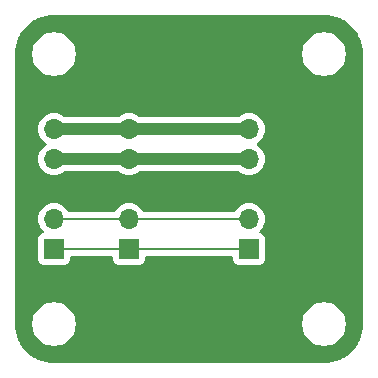
<source format=gbr>
%TF.GenerationSoftware,KiCad,Pcbnew,8.0.4-8.0.4-0~ubuntu22.04.1*%
%TF.CreationDate,2024-08-03T19:38:37+03:00*%
%TF.ProjectId,PM-Bus,504d2d42-7573-42e6-9b69-6361645f7063,rev?*%
%TF.SameCoordinates,Original*%
%TF.FileFunction,Copper,L1,Top*%
%TF.FilePolarity,Positive*%
%FSLAX46Y46*%
G04 Gerber Fmt 4.6, Leading zero omitted, Abs format (unit mm)*
G04 Created by KiCad (PCBNEW 8.0.4-8.0.4-0~ubuntu22.04.1) date 2024-08-03 19:38:37*
%MOMM*%
%LPD*%
G01*
G04 APERTURE LIST*
%TA.AperFunction,ComponentPad*%
%ADD10R,1.700000X1.700000*%
%TD*%
%TA.AperFunction,ComponentPad*%
%ADD11O,1.700000X1.700000*%
%TD*%
%TA.AperFunction,Conductor*%
%ADD12C,0.200000*%
%TD*%
%TA.AperFunction,Conductor*%
%ADD13C,1.000000*%
%TD*%
G04 APERTURE END LIST*
D10*
%TO.P,J1,1,Pin_1*%
%TO.N,Net-(J1-Pin_1)*%
X64770000Y-96520000D03*
D11*
%TO.P,J1,2,Pin_2*%
%TO.N,Net-(J1-Pin_2)*%
X64770000Y-93980000D03*
%TO.P,J1,3,Pin_3*%
%TO.N,GND*%
X64770000Y-91440000D03*
%TO.P,J1,4,Pin_4*%
%TO.N,+3.3V*%
X64770000Y-88900000D03*
%TO.P,J1,5,Pin_5*%
%TO.N,+5V*%
X64770000Y-86360000D03*
%TD*%
%TO.P,J2,5,Pin_5*%
%TO.N,+5V*%
X71120000Y-86360000D03*
%TO.P,J2,4,Pin_4*%
%TO.N,+3.3V*%
X71120000Y-88900000D03*
%TO.P,J2,3,Pin_3*%
%TO.N,GND*%
X71120000Y-91440000D03*
%TO.P,J2,2,Pin_2*%
%TO.N,Net-(J1-Pin_2)*%
X71120000Y-93980000D03*
D10*
%TO.P,J2,1,Pin_1*%
%TO.N,Net-(J1-Pin_1)*%
X71120000Y-96520000D03*
%TD*%
%TO.P,J3,1,Pin_1*%
%TO.N,Net-(J1-Pin_1)*%
X81280000Y-96520000D03*
D11*
%TO.P,J3,2,Pin_2*%
%TO.N,Net-(J1-Pin_2)*%
X81280000Y-93980000D03*
%TO.P,J3,3,Pin_3*%
%TO.N,GND*%
X81280000Y-91440000D03*
%TO.P,J3,4,Pin_4*%
%TO.N,+3.3V*%
X81280000Y-88900000D03*
%TO.P,J3,5,Pin_5*%
%TO.N,+5V*%
X81280000Y-86360000D03*
%TD*%
D12*
%TO.N,Net-(J1-Pin_2)*%
X71120000Y-93980000D02*
X64770000Y-93980000D01*
X81280000Y-93980000D02*
X71120000Y-93980000D01*
%TO.N,Net-(J1-Pin_1)*%
X71120000Y-96520000D02*
X64770000Y-96520000D01*
X81280000Y-96520000D02*
X71120000Y-96520000D01*
D13*
%TO.N,+3.3V*%
X81280000Y-88900000D02*
X71120000Y-88900000D01*
X71120000Y-88900000D02*
X64770000Y-88900000D01*
%TO.N,+5V*%
X71120000Y-86360000D02*
X64770000Y-86360000D01*
X81280000Y-86360000D02*
X71120000Y-86360000D01*
%TD*%
%TA.AperFunction,Conductor*%
%TO.N,GND*%
G36*
X87633243Y-76700669D02*
G01*
X87969450Y-76718290D01*
X87982358Y-76719647D01*
X88311677Y-76771806D01*
X88324342Y-76774497D01*
X88646422Y-76860798D01*
X88658749Y-76864803D01*
X88970038Y-76984296D01*
X88981873Y-76989565D01*
X89278976Y-77140947D01*
X89290191Y-77147423D01*
X89569832Y-77329023D01*
X89580313Y-77336638D01*
X89839441Y-77546475D01*
X89849086Y-77555160D01*
X90084839Y-77790913D01*
X90093524Y-77800558D01*
X90303359Y-78059683D01*
X90310978Y-78070171D01*
X90492573Y-78349802D01*
X90499055Y-78361029D01*
X90628834Y-78615733D01*
X90650429Y-78658115D01*
X90655708Y-78669972D01*
X90775193Y-78981241D01*
X90779204Y-78993586D01*
X90865498Y-79315642D01*
X90868196Y-79328337D01*
X90920352Y-79657641D01*
X90921709Y-79670549D01*
X90939330Y-80006756D01*
X90939500Y-80013246D01*
X90939500Y-102866753D01*
X90939330Y-102873243D01*
X90921709Y-103209450D01*
X90920352Y-103222358D01*
X90868196Y-103551662D01*
X90865498Y-103564357D01*
X90779204Y-103886413D01*
X90775193Y-103898758D01*
X90655708Y-104210027D01*
X90650429Y-104221884D01*
X90499059Y-104518964D01*
X90492569Y-104530204D01*
X90310983Y-104809822D01*
X90303354Y-104820323D01*
X90093524Y-105079441D01*
X90084839Y-105089086D01*
X89849086Y-105324839D01*
X89839441Y-105333524D01*
X89580323Y-105543354D01*
X89569822Y-105550983D01*
X89290204Y-105732569D01*
X89278964Y-105739059D01*
X88981884Y-105890429D01*
X88970027Y-105895708D01*
X88658758Y-106015193D01*
X88646413Y-106019204D01*
X88324357Y-106105498D01*
X88311662Y-106108196D01*
X87982358Y-106160352D01*
X87969450Y-106161709D01*
X87633244Y-106179330D01*
X87626754Y-106179500D01*
X64773246Y-106179500D01*
X64766756Y-106179330D01*
X64430549Y-106161709D01*
X64417641Y-106160352D01*
X64088337Y-106108196D01*
X64075642Y-106105498D01*
X63753586Y-106019204D01*
X63741241Y-106015193D01*
X63429972Y-105895708D01*
X63418115Y-105890429D01*
X63121029Y-105739055D01*
X63109802Y-105732573D01*
X62830171Y-105550978D01*
X62819683Y-105543359D01*
X62560558Y-105333524D01*
X62550913Y-105324839D01*
X62315160Y-105089086D01*
X62306475Y-105079441D01*
X62217648Y-104969749D01*
X62096638Y-104820313D01*
X62089023Y-104809832D01*
X61907423Y-104530191D01*
X61900947Y-104518976D01*
X61749565Y-104221873D01*
X61744296Y-104210038D01*
X61624803Y-103898749D01*
X61620798Y-103886422D01*
X61534497Y-103564342D01*
X61531806Y-103551677D01*
X61479647Y-103222358D01*
X61478290Y-103209450D01*
X61460670Y-102873243D01*
X61460500Y-102866753D01*
X61460500Y-102748711D01*
X62919500Y-102748711D01*
X62919500Y-102991288D01*
X62951161Y-103231785D01*
X63013947Y-103466104D01*
X63054645Y-103564357D01*
X63106776Y-103690212D01*
X63228064Y-103900289D01*
X63228066Y-103900292D01*
X63228067Y-103900293D01*
X63375733Y-104092736D01*
X63375739Y-104092743D01*
X63547256Y-104264260D01*
X63547262Y-104264265D01*
X63739711Y-104411936D01*
X63949788Y-104533224D01*
X64173900Y-104626054D01*
X64408211Y-104688838D01*
X64588586Y-104712584D01*
X64648711Y-104720500D01*
X64648712Y-104720500D01*
X64891289Y-104720500D01*
X64939388Y-104714167D01*
X65131789Y-104688838D01*
X65366100Y-104626054D01*
X65590212Y-104533224D01*
X65800289Y-104411936D01*
X65992738Y-104264265D01*
X66164265Y-104092738D01*
X66311936Y-103900289D01*
X66433224Y-103690212D01*
X66526054Y-103466100D01*
X66588838Y-103231789D01*
X66620500Y-102991288D01*
X66620500Y-102748712D01*
X66620500Y-102748711D01*
X85779500Y-102748711D01*
X85779500Y-102991288D01*
X85811161Y-103231785D01*
X85873947Y-103466104D01*
X85914645Y-103564357D01*
X85966776Y-103690212D01*
X86088064Y-103900289D01*
X86088066Y-103900292D01*
X86088067Y-103900293D01*
X86235733Y-104092736D01*
X86235739Y-104092743D01*
X86407256Y-104264260D01*
X86407262Y-104264265D01*
X86599711Y-104411936D01*
X86809788Y-104533224D01*
X87033900Y-104626054D01*
X87268211Y-104688838D01*
X87448586Y-104712584D01*
X87508711Y-104720500D01*
X87508712Y-104720500D01*
X87751289Y-104720500D01*
X87799388Y-104714167D01*
X87991789Y-104688838D01*
X88226100Y-104626054D01*
X88450212Y-104533224D01*
X88660289Y-104411936D01*
X88852738Y-104264265D01*
X89024265Y-104092738D01*
X89171936Y-103900289D01*
X89293224Y-103690212D01*
X89386054Y-103466100D01*
X89448838Y-103231789D01*
X89480500Y-102991288D01*
X89480500Y-102748712D01*
X89448838Y-102508211D01*
X89386054Y-102273900D01*
X89293224Y-102049788D01*
X89171936Y-101839711D01*
X89024265Y-101647262D01*
X89024260Y-101647256D01*
X88852743Y-101475739D01*
X88852736Y-101475733D01*
X88660293Y-101328067D01*
X88660292Y-101328066D01*
X88660289Y-101328064D01*
X88450212Y-101206776D01*
X88450205Y-101206773D01*
X88226104Y-101113947D01*
X87991785Y-101051161D01*
X87751289Y-101019500D01*
X87751288Y-101019500D01*
X87508712Y-101019500D01*
X87508711Y-101019500D01*
X87268214Y-101051161D01*
X87033895Y-101113947D01*
X86809794Y-101206773D01*
X86809785Y-101206777D01*
X86599706Y-101328067D01*
X86407263Y-101475733D01*
X86407256Y-101475739D01*
X86235739Y-101647256D01*
X86235733Y-101647263D01*
X86088067Y-101839706D01*
X85966777Y-102049785D01*
X85966773Y-102049794D01*
X85873947Y-102273895D01*
X85811161Y-102508214D01*
X85779500Y-102748711D01*
X66620500Y-102748711D01*
X66588838Y-102508211D01*
X66526054Y-102273900D01*
X66433224Y-102049788D01*
X66311936Y-101839711D01*
X66164265Y-101647262D01*
X66164260Y-101647256D01*
X65992743Y-101475739D01*
X65992736Y-101475733D01*
X65800293Y-101328067D01*
X65800292Y-101328066D01*
X65800289Y-101328064D01*
X65590212Y-101206776D01*
X65590205Y-101206773D01*
X65366104Y-101113947D01*
X65131785Y-101051161D01*
X64891289Y-101019500D01*
X64891288Y-101019500D01*
X64648712Y-101019500D01*
X64648711Y-101019500D01*
X64408214Y-101051161D01*
X64173895Y-101113947D01*
X63949794Y-101206773D01*
X63949785Y-101206777D01*
X63739706Y-101328067D01*
X63547263Y-101475733D01*
X63547256Y-101475739D01*
X63375739Y-101647256D01*
X63375733Y-101647263D01*
X63228067Y-101839706D01*
X63106777Y-102049785D01*
X63106773Y-102049794D01*
X63013947Y-102273895D01*
X62951161Y-102508214D01*
X62919500Y-102748711D01*
X61460500Y-102748711D01*
X61460500Y-93979999D01*
X63414341Y-93979999D01*
X63414341Y-93980000D01*
X63434936Y-94215403D01*
X63434938Y-94215413D01*
X63496094Y-94443655D01*
X63496096Y-94443659D01*
X63496097Y-94443663D01*
X63568839Y-94599658D01*
X63595965Y-94657830D01*
X63595967Y-94657834D01*
X63704281Y-94812521D01*
X63731501Y-94851396D01*
X63731506Y-94851402D01*
X63853430Y-94973326D01*
X63886915Y-95034649D01*
X63881931Y-95104341D01*
X63840059Y-95160274D01*
X63809083Y-95177189D01*
X63677669Y-95226203D01*
X63677664Y-95226206D01*
X63562455Y-95312452D01*
X63562452Y-95312455D01*
X63476206Y-95427664D01*
X63476202Y-95427671D01*
X63425908Y-95562517D01*
X63419501Y-95622116D01*
X63419501Y-95622123D01*
X63419500Y-95622135D01*
X63419500Y-97417870D01*
X63419501Y-97417876D01*
X63425908Y-97477483D01*
X63476202Y-97612328D01*
X63476206Y-97612335D01*
X63562452Y-97727544D01*
X63562455Y-97727547D01*
X63677664Y-97813793D01*
X63677671Y-97813797D01*
X63812517Y-97864091D01*
X63812516Y-97864091D01*
X63819444Y-97864835D01*
X63872127Y-97870500D01*
X65667872Y-97870499D01*
X65727483Y-97864091D01*
X65862331Y-97813796D01*
X65977546Y-97727546D01*
X66063796Y-97612331D01*
X66114091Y-97477483D01*
X66120500Y-97417873D01*
X66120500Y-97244500D01*
X66140185Y-97177461D01*
X66192989Y-97131706D01*
X66244500Y-97120500D01*
X69645501Y-97120500D01*
X69712540Y-97140185D01*
X69758295Y-97192989D01*
X69769501Y-97244500D01*
X69769501Y-97417876D01*
X69775908Y-97477483D01*
X69826202Y-97612328D01*
X69826206Y-97612335D01*
X69912452Y-97727544D01*
X69912455Y-97727547D01*
X70027664Y-97813793D01*
X70027671Y-97813797D01*
X70162517Y-97864091D01*
X70162516Y-97864091D01*
X70169444Y-97864835D01*
X70222127Y-97870500D01*
X72017872Y-97870499D01*
X72077483Y-97864091D01*
X72212331Y-97813796D01*
X72327546Y-97727546D01*
X72413796Y-97612331D01*
X72464091Y-97477483D01*
X72470500Y-97417873D01*
X72470500Y-97244500D01*
X72490185Y-97177461D01*
X72542989Y-97131706D01*
X72594500Y-97120500D01*
X79805501Y-97120500D01*
X79872540Y-97140185D01*
X79918295Y-97192989D01*
X79929501Y-97244500D01*
X79929501Y-97417876D01*
X79935908Y-97477483D01*
X79986202Y-97612328D01*
X79986206Y-97612335D01*
X80072452Y-97727544D01*
X80072455Y-97727547D01*
X80187664Y-97813793D01*
X80187671Y-97813797D01*
X80322517Y-97864091D01*
X80322516Y-97864091D01*
X80329444Y-97864835D01*
X80382127Y-97870500D01*
X82177872Y-97870499D01*
X82237483Y-97864091D01*
X82372331Y-97813796D01*
X82487546Y-97727546D01*
X82573796Y-97612331D01*
X82624091Y-97477483D01*
X82630500Y-97417873D01*
X82630499Y-95622128D01*
X82624091Y-95562517D01*
X82573796Y-95427669D01*
X82573795Y-95427668D01*
X82573793Y-95427664D01*
X82487547Y-95312455D01*
X82487544Y-95312452D01*
X82372335Y-95226206D01*
X82372328Y-95226202D01*
X82240917Y-95177189D01*
X82184983Y-95135318D01*
X82160566Y-95069853D01*
X82175418Y-95001580D01*
X82196563Y-94973332D01*
X82318495Y-94851401D01*
X82454035Y-94657830D01*
X82553903Y-94443663D01*
X82615063Y-94215408D01*
X82635659Y-93980000D01*
X82615063Y-93744592D01*
X82553903Y-93516337D01*
X82454035Y-93302171D01*
X82454034Y-93302169D01*
X82318494Y-93108597D01*
X82151402Y-92941506D01*
X82151395Y-92941501D01*
X81957834Y-92805967D01*
X81957830Y-92805965D01*
X81957828Y-92805964D01*
X81743663Y-92706097D01*
X81743659Y-92706096D01*
X81743655Y-92706094D01*
X81515413Y-92644938D01*
X81515403Y-92644936D01*
X81280001Y-92624341D01*
X81279999Y-92624341D01*
X81044596Y-92644936D01*
X81044586Y-92644938D01*
X80816344Y-92706094D01*
X80816335Y-92706098D01*
X80602171Y-92805964D01*
X80602169Y-92805965D01*
X80408597Y-92941505D01*
X80241506Y-93108596D01*
X80105965Y-93302170D01*
X80105962Y-93302175D01*
X80103289Y-93307909D01*
X80057115Y-93360346D01*
X79990909Y-93379500D01*
X72409091Y-93379500D01*
X72342052Y-93359815D01*
X72296711Y-93307909D01*
X72294037Y-93302175D01*
X72294034Y-93302170D01*
X72294033Y-93302169D01*
X72158495Y-93108599D01*
X72158494Y-93108597D01*
X71991402Y-92941506D01*
X71991395Y-92941501D01*
X71797834Y-92805967D01*
X71797830Y-92805965D01*
X71797828Y-92805964D01*
X71583663Y-92706097D01*
X71583659Y-92706096D01*
X71583655Y-92706094D01*
X71355413Y-92644938D01*
X71355403Y-92644936D01*
X71120001Y-92624341D01*
X71119999Y-92624341D01*
X70884596Y-92644936D01*
X70884586Y-92644938D01*
X70656344Y-92706094D01*
X70656335Y-92706098D01*
X70442171Y-92805964D01*
X70442169Y-92805965D01*
X70248597Y-92941505D01*
X70081506Y-93108596D01*
X69945965Y-93302170D01*
X69945962Y-93302175D01*
X69943289Y-93307909D01*
X69897115Y-93360346D01*
X69830909Y-93379500D01*
X66059091Y-93379500D01*
X65992052Y-93359815D01*
X65946711Y-93307909D01*
X65944037Y-93302175D01*
X65944034Y-93302170D01*
X65944033Y-93302169D01*
X65808495Y-93108599D01*
X65808494Y-93108597D01*
X65641402Y-92941506D01*
X65641395Y-92941501D01*
X65447834Y-92805967D01*
X65447830Y-92805965D01*
X65447828Y-92805964D01*
X65233663Y-92706097D01*
X65233659Y-92706096D01*
X65233655Y-92706094D01*
X65005413Y-92644938D01*
X65005403Y-92644936D01*
X64770001Y-92624341D01*
X64769999Y-92624341D01*
X64534596Y-92644936D01*
X64534586Y-92644938D01*
X64306344Y-92706094D01*
X64306335Y-92706098D01*
X64092171Y-92805964D01*
X64092169Y-92805965D01*
X63898597Y-92941505D01*
X63731505Y-93108597D01*
X63595965Y-93302169D01*
X63595964Y-93302171D01*
X63496098Y-93516335D01*
X63496094Y-93516344D01*
X63434938Y-93744586D01*
X63434936Y-93744596D01*
X63414341Y-93979999D01*
X61460500Y-93979999D01*
X61460500Y-86359999D01*
X63414341Y-86359999D01*
X63414341Y-86360000D01*
X63434936Y-86595403D01*
X63434938Y-86595413D01*
X63496094Y-86823655D01*
X63496096Y-86823659D01*
X63496097Y-86823663D01*
X63595965Y-87037830D01*
X63595967Y-87037834D01*
X63731501Y-87231395D01*
X63731506Y-87231402D01*
X63898597Y-87398493D01*
X63898603Y-87398498D01*
X64084158Y-87528425D01*
X64127783Y-87583002D01*
X64134977Y-87652500D01*
X64103454Y-87714855D01*
X64084158Y-87731575D01*
X63898597Y-87861505D01*
X63731505Y-88028597D01*
X63595965Y-88222169D01*
X63595964Y-88222171D01*
X63496098Y-88436335D01*
X63496094Y-88436344D01*
X63434938Y-88664586D01*
X63434936Y-88664596D01*
X63414341Y-88899999D01*
X63414341Y-88900000D01*
X63434936Y-89135403D01*
X63434938Y-89135413D01*
X63496094Y-89363655D01*
X63496096Y-89363659D01*
X63496097Y-89363663D01*
X63595965Y-89577830D01*
X63595967Y-89577834D01*
X63704281Y-89732521D01*
X63731505Y-89771401D01*
X63898599Y-89938495D01*
X63995384Y-90006265D01*
X64092165Y-90074032D01*
X64092167Y-90074033D01*
X64092170Y-90074035D01*
X64306337Y-90173903D01*
X64534592Y-90235063D01*
X64722918Y-90251539D01*
X64769999Y-90255659D01*
X64770000Y-90255659D01*
X64770001Y-90255659D01*
X64809234Y-90252226D01*
X65005408Y-90235063D01*
X65233663Y-90173903D01*
X65447830Y-90074035D01*
X65641401Y-89938495D01*
X65643077Y-89936819D01*
X65643995Y-89936317D01*
X65645544Y-89935018D01*
X65645805Y-89935329D01*
X65704400Y-89903334D01*
X65730758Y-89900500D01*
X70159242Y-89900500D01*
X70226281Y-89920185D01*
X70246923Y-89936819D01*
X70248599Y-89938495D01*
X70345384Y-90006265D01*
X70442165Y-90074032D01*
X70442167Y-90074033D01*
X70442170Y-90074035D01*
X70656337Y-90173903D01*
X70884592Y-90235063D01*
X71072918Y-90251539D01*
X71119999Y-90255659D01*
X71120000Y-90255659D01*
X71120001Y-90255659D01*
X71159234Y-90252226D01*
X71355408Y-90235063D01*
X71583663Y-90173903D01*
X71797830Y-90074035D01*
X71991401Y-89938495D01*
X71993077Y-89936819D01*
X71993995Y-89936317D01*
X71995544Y-89935018D01*
X71995805Y-89935329D01*
X72054400Y-89903334D01*
X72080758Y-89900500D01*
X80319242Y-89900500D01*
X80386281Y-89920185D01*
X80406923Y-89936819D01*
X80408599Y-89938495D01*
X80505384Y-90006265D01*
X80602165Y-90074032D01*
X80602167Y-90074033D01*
X80602170Y-90074035D01*
X80816337Y-90173903D01*
X81044592Y-90235063D01*
X81232918Y-90251539D01*
X81279999Y-90255659D01*
X81280000Y-90255659D01*
X81280001Y-90255659D01*
X81319234Y-90252226D01*
X81515408Y-90235063D01*
X81743663Y-90173903D01*
X81957830Y-90074035D01*
X82151401Y-89938495D01*
X82318495Y-89771401D01*
X82454035Y-89577830D01*
X82553903Y-89363663D01*
X82615063Y-89135408D01*
X82635659Y-88900000D01*
X82615063Y-88664592D01*
X82553903Y-88436337D01*
X82454035Y-88222171D01*
X82318495Y-88028599D01*
X82318494Y-88028597D01*
X82151402Y-87861506D01*
X82151396Y-87861501D01*
X81965842Y-87731575D01*
X81922217Y-87676998D01*
X81915023Y-87607500D01*
X81946546Y-87545145D01*
X81965842Y-87528425D01*
X81988026Y-87512891D01*
X82151401Y-87398495D01*
X82318495Y-87231401D01*
X82454035Y-87037830D01*
X82553903Y-86823663D01*
X82615063Y-86595408D01*
X82635659Y-86360000D01*
X82615063Y-86124592D01*
X82553903Y-85896337D01*
X82454035Y-85682171D01*
X82318495Y-85488599D01*
X82318494Y-85488597D01*
X82151402Y-85321506D01*
X82151395Y-85321501D01*
X81957834Y-85185967D01*
X81957830Y-85185965D01*
X81957828Y-85185964D01*
X81743663Y-85086097D01*
X81743659Y-85086096D01*
X81743655Y-85086094D01*
X81515413Y-85024938D01*
X81515403Y-85024936D01*
X81280001Y-85004341D01*
X81279999Y-85004341D01*
X81044596Y-85024936D01*
X81044586Y-85024938D01*
X80816344Y-85086094D01*
X80816335Y-85086098D01*
X80602171Y-85185964D01*
X80602169Y-85185965D01*
X80408597Y-85321505D01*
X80406922Y-85323181D01*
X80406000Y-85323684D01*
X80404449Y-85324986D01*
X80404187Y-85324674D01*
X80345599Y-85356666D01*
X80319241Y-85359500D01*
X72080758Y-85359500D01*
X72013719Y-85339815D01*
X71993077Y-85323181D01*
X71991402Y-85321506D01*
X71991395Y-85321501D01*
X71797834Y-85185967D01*
X71797830Y-85185965D01*
X71797828Y-85185964D01*
X71583663Y-85086097D01*
X71583659Y-85086096D01*
X71583655Y-85086094D01*
X71355413Y-85024938D01*
X71355403Y-85024936D01*
X71120001Y-85004341D01*
X71119999Y-85004341D01*
X70884596Y-85024936D01*
X70884586Y-85024938D01*
X70656344Y-85086094D01*
X70656335Y-85086098D01*
X70442171Y-85185964D01*
X70442169Y-85185965D01*
X70248597Y-85321505D01*
X70246922Y-85323181D01*
X70246000Y-85323684D01*
X70244449Y-85324986D01*
X70244187Y-85324674D01*
X70185599Y-85356666D01*
X70159241Y-85359500D01*
X65730758Y-85359500D01*
X65663719Y-85339815D01*
X65643077Y-85323181D01*
X65641402Y-85321506D01*
X65641395Y-85321501D01*
X65447834Y-85185967D01*
X65447830Y-85185965D01*
X65447828Y-85185964D01*
X65233663Y-85086097D01*
X65233659Y-85086096D01*
X65233655Y-85086094D01*
X65005413Y-85024938D01*
X65005403Y-85024936D01*
X64770001Y-85004341D01*
X64769999Y-85004341D01*
X64534596Y-85024936D01*
X64534586Y-85024938D01*
X64306344Y-85086094D01*
X64306335Y-85086098D01*
X64092171Y-85185964D01*
X64092169Y-85185965D01*
X63898597Y-85321505D01*
X63731505Y-85488597D01*
X63595965Y-85682169D01*
X63595964Y-85682171D01*
X63496098Y-85896335D01*
X63496094Y-85896344D01*
X63434938Y-86124586D01*
X63434936Y-86124596D01*
X63414341Y-86359999D01*
X61460500Y-86359999D01*
X61460500Y-80013246D01*
X61460670Y-80006756D01*
X61463953Y-79944108D01*
X61466856Y-79888711D01*
X62919500Y-79888711D01*
X62919500Y-80131288D01*
X62951161Y-80371785D01*
X63013947Y-80606104D01*
X63106773Y-80830205D01*
X63106776Y-80830212D01*
X63228064Y-81040289D01*
X63228066Y-81040292D01*
X63228067Y-81040293D01*
X63375733Y-81232736D01*
X63375739Y-81232743D01*
X63547256Y-81404260D01*
X63547262Y-81404265D01*
X63739711Y-81551936D01*
X63949788Y-81673224D01*
X64173900Y-81766054D01*
X64408211Y-81828838D01*
X64588586Y-81852584D01*
X64648711Y-81860500D01*
X64648712Y-81860500D01*
X64891289Y-81860500D01*
X64939388Y-81854167D01*
X65131789Y-81828838D01*
X65366100Y-81766054D01*
X65590212Y-81673224D01*
X65800289Y-81551936D01*
X65992738Y-81404265D01*
X66164265Y-81232738D01*
X66311936Y-81040289D01*
X66433224Y-80830212D01*
X66526054Y-80606100D01*
X66588838Y-80371789D01*
X66620500Y-80131288D01*
X66620500Y-79888712D01*
X66620500Y-79888711D01*
X85779500Y-79888711D01*
X85779500Y-80131288D01*
X85811161Y-80371785D01*
X85873947Y-80606104D01*
X85966773Y-80830205D01*
X85966776Y-80830212D01*
X86088064Y-81040289D01*
X86088066Y-81040292D01*
X86088067Y-81040293D01*
X86235733Y-81232736D01*
X86235739Y-81232743D01*
X86407256Y-81404260D01*
X86407262Y-81404265D01*
X86599711Y-81551936D01*
X86809788Y-81673224D01*
X87033900Y-81766054D01*
X87268211Y-81828838D01*
X87448586Y-81852584D01*
X87508711Y-81860500D01*
X87508712Y-81860500D01*
X87751289Y-81860500D01*
X87799388Y-81854167D01*
X87991789Y-81828838D01*
X88226100Y-81766054D01*
X88450212Y-81673224D01*
X88660289Y-81551936D01*
X88852738Y-81404265D01*
X89024265Y-81232738D01*
X89171936Y-81040289D01*
X89293224Y-80830212D01*
X89386054Y-80606100D01*
X89448838Y-80371789D01*
X89480500Y-80131288D01*
X89480500Y-79888712D01*
X89448838Y-79648211D01*
X89386054Y-79413900D01*
X89293224Y-79189788D01*
X89171936Y-78979711D01*
X89024265Y-78787262D01*
X89024260Y-78787256D01*
X88852743Y-78615739D01*
X88852736Y-78615733D01*
X88660293Y-78468067D01*
X88660292Y-78468066D01*
X88660289Y-78468064D01*
X88474909Y-78361035D01*
X88450214Y-78346777D01*
X88450205Y-78346773D01*
X88226104Y-78253947D01*
X87991785Y-78191161D01*
X87751289Y-78159500D01*
X87751288Y-78159500D01*
X87508712Y-78159500D01*
X87508711Y-78159500D01*
X87268214Y-78191161D01*
X87033895Y-78253947D01*
X86809794Y-78346773D01*
X86809785Y-78346777D01*
X86599706Y-78468067D01*
X86407263Y-78615733D01*
X86407256Y-78615739D01*
X86235739Y-78787256D01*
X86235733Y-78787263D01*
X86088067Y-78979706D01*
X85966777Y-79189785D01*
X85966773Y-79189794D01*
X85873947Y-79413895D01*
X85811161Y-79648214D01*
X85779500Y-79888711D01*
X66620500Y-79888711D01*
X66588838Y-79648211D01*
X66526054Y-79413900D01*
X66433224Y-79189788D01*
X66311936Y-78979711D01*
X66164265Y-78787262D01*
X66164260Y-78787256D01*
X65992743Y-78615739D01*
X65992736Y-78615733D01*
X65800293Y-78468067D01*
X65800292Y-78468066D01*
X65800289Y-78468064D01*
X65614909Y-78361035D01*
X65590214Y-78346777D01*
X65590205Y-78346773D01*
X65366104Y-78253947D01*
X65131785Y-78191161D01*
X64891289Y-78159500D01*
X64891288Y-78159500D01*
X64648712Y-78159500D01*
X64648711Y-78159500D01*
X64408214Y-78191161D01*
X64173895Y-78253947D01*
X63949794Y-78346773D01*
X63949785Y-78346777D01*
X63739706Y-78468067D01*
X63547263Y-78615733D01*
X63547256Y-78615739D01*
X63375739Y-78787256D01*
X63375733Y-78787263D01*
X63228067Y-78979706D01*
X63106777Y-79189785D01*
X63106773Y-79189794D01*
X63013947Y-79413895D01*
X62951161Y-79648214D01*
X62919500Y-79888711D01*
X61466856Y-79888711D01*
X61478290Y-79670547D01*
X61479647Y-79657641D01*
X61481141Y-79648211D01*
X61531806Y-79328318D01*
X61534496Y-79315661D01*
X61620799Y-78993571D01*
X61624801Y-78981256D01*
X61744298Y-78669954D01*
X61749561Y-78658133D01*
X61900951Y-78361014D01*
X61907417Y-78349816D01*
X62089029Y-78070158D01*
X62096631Y-78059695D01*
X62306483Y-77800548D01*
X62315150Y-77790923D01*
X62550923Y-77555150D01*
X62560548Y-77546483D01*
X62819695Y-77336631D01*
X62830158Y-77329029D01*
X63109816Y-77147417D01*
X63121014Y-77140951D01*
X63418133Y-76989561D01*
X63429954Y-76984298D01*
X63741256Y-76864801D01*
X63753571Y-76860799D01*
X64075661Y-76774496D01*
X64088318Y-76771806D01*
X64417643Y-76719646D01*
X64430547Y-76718290D01*
X64766756Y-76700669D01*
X64773246Y-76700500D01*
X64835892Y-76700500D01*
X87564108Y-76700500D01*
X87626754Y-76700500D01*
X87633243Y-76700669D01*
G37*
%TD.AperFunction*%
%TD*%
M02*

</source>
